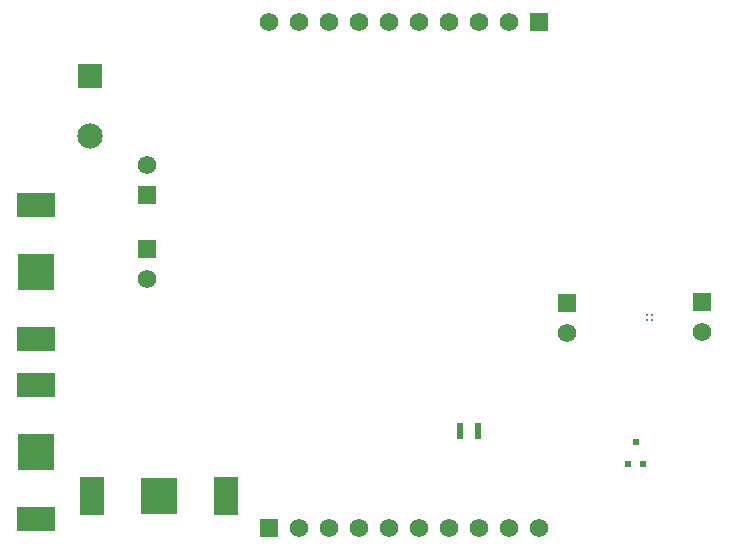
<source format=gts>
G04*
G04 #@! TF.GenerationSoftware,Altium Limited,Altium Designer,21.7.2 (23)*
G04*
G04 Layer_Color=8388736*
%FSLAX25Y25*%
%MOIN*%
G70*
G04*
G04 #@! TF.SameCoordinates,CEDA9658-653E-4C37-85A5-3546ED317D05*
G04*
G04*
G04 #@! TF.FilePolarity,Negative*
G04*
G01*
G75*
%ADD21R,0.12520X0.07992*%
%ADD22R,0.07992X0.12520*%
%ADD28R,0.01850X0.02362*%
%ADD33R,0.02362X0.05709*%
%ADD34R,0.01102X0.01102*%
%ADD35R,0.12480X0.12480*%
%ADD36R,0.12480X0.12480*%
%ADD37R,0.06181X0.06181*%
%ADD38C,0.06181*%
%ADD39R,0.06181X0.06181*%
%ADD40C,0.08465*%
%ADD41R,0.08465X0.08465*%
D21*
X24994Y122003D02*
D03*
Y77397D02*
D03*
Y61903D02*
D03*
Y17297D02*
D03*
D22*
X43697Y24994D02*
D03*
X88303D02*
D03*
D28*
X222240Y35686D02*
D03*
X227358D02*
D03*
X224799Y43166D02*
D03*
D33*
X172441Y46850D02*
D03*
X166142D02*
D03*
D34*
X228686Y85518D02*
D03*
X230339D02*
D03*
Y83865D02*
D03*
X228686D02*
D03*
D35*
X24994Y99700D02*
D03*
Y39600D02*
D03*
D36*
X66000Y24994D02*
D03*
D37*
X247013Y89775D02*
D03*
X62000Y125500D02*
D03*
Y107500D02*
D03*
X202014Y89500D02*
D03*
D38*
X247013Y79775D02*
D03*
X62000Y135500D02*
D03*
Y97500D02*
D03*
X202014Y79500D02*
D03*
X192500Y14500D02*
D03*
X182500D02*
D03*
X172500D02*
D03*
X162500D02*
D03*
X152500D02*
D03*
X142500D02*
D03*
X132500D02*
D03*
X122500D02*
D03*
X112500D02*
D03*
X102500Y183000D02*
D03*
X112500D02*
D03*
X122500D02*
D03*
X132500D02*
D03*
X142500D02*
D03*
X152500D02*
D03*
X162500D02*
D03*
X172500D02*
D03*
X182500D02*
D03*
D39*
X102500Y14500D02*
D03*
X192500Y183000D02*
D03*
D40*
X43000Y145000D02*
D03*
D41*
Y165000D02*
D03*
M02*

</source>
